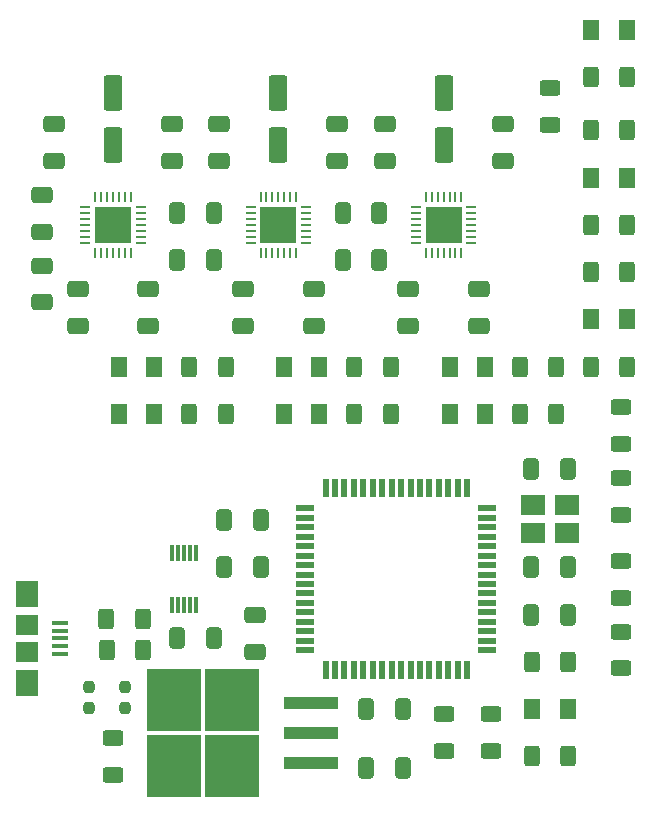
<source format=gbr>
%TF.GenerationSoftware,KiCad,Pcbnew,(6.0.4)*%
%TF.CreationDate,2022-04-15T13:56:09+02:00*%
%TF.ProjectId,coaster,636f6173-7465-4722-9e6b-696361645f70,rev?*%
%TF.SameCoordinates,Original*%
%TF.FileFunction,Paste,Top*%
%TF.FilePolarity,Positive*%
%FSLAX46Y46*%
G04 Gerber Fmt 4.6, Leading zero omitted, Abs format (unit mm)*
G04 Created by KiCad (PCBNEW (6.0.4)) date 2022-04-15 13:56:09*
%MOMM*%
%LPD*%
G01*
G04 APERTURE LIST*
G04 Aperture macros list*
%AMRoundRect*
0 Rectangle with rounded corners*
0 $1 Rounding radius*
0 $2 $3 $4 $5 $6 $7 $8 $9 X,Y pos of 4 corners*
0 Add a 4 corners polygon primitive as box body*
4,1,4,$2,$3,$4,$5,$6,$7,$8,$9,$2,$3,0*
0 Add four circle primitives for the rounded corners*
1,1,$1+$1,$2,$3*
1,1,$1+$1,$4,$5*
1,1,$1+$1,$6,$7*
1,1,$1+$1,$8,$9*
0 Add four rect primitives between the rounded corners*
20,1,$1+$1,$2,$3,$4,$5,0*
20,1,$1+$1,$4,$5,$6,$7,0*
20,1,$1+$1,$6,$7,$8,$9,0*
20,1,$1+$1,$8,$9,$2,$3,0*%
G04 Aperture macros list end*
%ADD10R,2.100000X1.800000*%
%ADD11R,1.400000X0.400000*%
%ADD12R,1.900000X1.800000*%
%ADD13R,1.900000X2.300000*%
%ADD14RoundRect,0.250000X0.625000X-0.400000X0.625000X0.400000X-0.625000X0.400000X-0.625000X-0.400000X0*%
%ADD15RoundRect,0.250000X-0.650000X0.412500X-0.650000X-0.412500X0.650000X-0.412500X0.650000X0.412500X0*%
%ADD16RoundRect,0.250000X0.650000X-0.412500X0.650000X0.412500X-0.650000X0.412500X-0.650000X-0.412500X0*%
%ADD17RoundRect,0.250000X-0.412500X-0.650000X0.412500X-0.650000X0.412500X0.650000X-0.412500X0.650000X0*%
%ADD18RoundRect,0.250000X-0.400000X-0.625000X0.400000X-0.625000X0.400000X0.625000X-0.400000X0.625000X0*%
%ADD19RoundRect,0.250000X0.550000X-1.250000X0.550000X1.250000X-0.550000X1.250000X-0.550000X-1.250000X0*%
%ADD20RoundRect,0.250000X0.412500X0.650000X-0.412500X0.650000X-0.412500X-0.650000X0.412500X-0.650000X0*%
%ADD21R,0.909599X0.254800*%
%ADD22R,0.254800X0.909599*%
%ADD23R,3.098800X3.098800*%
%ADD24RoundRect,0.250001X0.462499X0.624999X-0.462499X0.624999X-0.462499X-0.624999X0.462499X-0.624999X0*%
%ADD25RoundRect,0.250000X-0.625000X0.400000X-0.625000X-0.400000X0.625000X-0.400000X0.625000X0.400000X0*%
%ADD26RoundRect,0.250001X-0.462499X-0.624999X0.462499X-0.624999X0.462499X0.624999X-0.462499X0.624999X0*%
%ADD27RoundRect,0.250000X0.400000X0.625000X-0.400000X0.625000X-0.400000X-0.625000X0.400000X-0.625000X0*%
%ADD28R,0.550000X1.500000*%
%ADD29R,1.500000X0.550000*%
%ADD30R,0.300000X1.400000*%
%ADD31RoundRect,0.237500X-0.237500X0.250000X-0.237500X-0.250000X0.237500X-0.250000X0.237500X0.250000X0*%
%ADD32R,4.550000X5.250000*%
%ADD33R,4.600000X1.100000*%
G04 APERTURE END LIST*
D10*
%TO.C,Y1*%
X154450000Y-82750000D03*
X151550000Y-82750000D03*
X151550000Y-85050000D03*
X154450000Y-85050000D03*
%TD*%
D11*
%TO.C,J2*%
X111550000Y-92700000D03*
X111550000Y-93350000D03*
X111550000Y-94000000D03*
X111550000Y-94650000D03*
X111550000Y-95300000D03*
D12*
X108700000Y-95150000D03*
D13*
X108700000Y-97750000D03*
X108700000Y-90250000D03*
D12*
X108700000Y-92850000D03*
%TD*%
D14*
%TO.C,R20*%
X159000000Y-77550000D03*
X159000000Y-74450000D03*
%TD*%
D15*
%TO.C,C1*%
X147000000Y-64437500D03*
X147000000Y-67562500D03*
%TD*%
%TO.C,C20*%
X127000000Y-64437500D03*
X127000000Y-67562500D03*
%TD*%
D16*
%TO.C,C29*%
X128000000Y-92000000D03*
X128000000Y-95125000D03*
%TD*%
D17*
%TO.C,C26*%
X125437500Y-88000000D03*
X128562500Y-88000000D03*
%TD*%
D18*
%TO.C,R5*%
X122450000Y-71000000D03*
X125550000Y-71000000D03*
%TD*%
D19*
%TO.C,C5*%
X130000000Y-52200000D03*
X130000000Y-47800000D03*
%TD*%
D15*
%TO.C,C11*%
X110000000Y-62437500D03*
X110000000Y-65562500D03*
%TD*%
D20*
%TO.C,C25*%
X154562500Y-88000000D03*
X151437500Y-88000000D03*
%TD*%
D17*
%TO.C,C24*%
X151437500Y-79700000D03*
X154562500Y-79700000D03*
%TD*%
D15*
%TO.C,C21*%
X113000000Y-64437500D03*
X113000000Y-67562500D03*
%TD*%
D21*
%TO.C,U3*%
X113652900Y-57500000D03*
X113652900Y-57999999D03*
X113652900Y-58500001D03*
X113652900Y-59000000D03*
X113652900Y-59499999D03*
X113652900Y-60000001D03*
X113652900Y-60500000D03*
D22*
X114500000Y-61347100D03*
X114999999Y-61347100D03*
X115500001Y-61347100D03*
X116000000Y-61347100D03*
X116499999Y-61347100D03*
X117000001Y-61347100D03*
X117500000Y-61347100D03*
D21*
X118347100Y-60500000D03*
X118347100Y-60000001D03*
X118347100Y-59499999D03*
X118347100Y-59000000D03*
X118347100Y-58500001D03*
X118347100Y-57999999D03*
X118347100Y-57500000D03*
D22*
X117500000Y-56652900D03*
X117000001Y-56652900D03*
X116499999Y-56652900D03*
X116000000Y-56652900D03*
X115500001Y-56652900D03*
X114999999Y-56652900D03*
X114500000Y-56652900D03*
D23*
X116000000Y-59000000D03*
%TD*%
D17*
%TO.C,C22*%
X137437500Y-105000000D03*
X140562500Y-105000000D03*
%TD*%
D15*
%TO.C,C3*%
X119000000Y-64437500D03*
X119000000Y-67562500D03*
%TD*%
D21*
%TO.C,U2*%
X127652900Y-57500000D03*
X127652900Y-57999999D03*
X127652900Y-58500001D03*
X127652900Y-59000000D03*
X127652900Y-59499999D03*
X127652900Y-60000001D03*
X127652900Y-60500000D03*
D22*
X128500000Y-61347100D03*
X128999999Y-61347100D03*
X129500001Y-61347100D03*
X130000000Y-61347100D03*
X130499999Y-61347100D03*
X131000001Y-61347100D03*
X131500000Y-61347100D03*
D21*
X132347100Y-60500000D03*
X132347100Y-60000001D03*
X132347100Y-59499999D03*
X132347100Y-59000000D03*
X132347100Y-58500001D03*
X132347100Y-57999999D03*
X132347100Y-57500000D03*
D22*
X131500000Y-56652900D03*
X131000001Y-56652900D03*
X130499999Y-56652900D03*
X130000000Y-56652900D03*
X129500001Y-56652900D03*
X128999999Y-56652900D03*
X128500000Y-56652900D03*
D23*
X130000000Y-59000000D03*
%TD*%
D24*
%TO.C,D6*%
X147487500Y-71000000D03*
X144512500Y-71000000D03*
%TD*%
D25*
%TO.C,FB2*%
X116000000Y-102450000D03*
X116000000Y-105550000D03*
%TD*%
D26*
%TO.C,D8*%
X156512500Y-42487500D03*
X159487500Y-42487500D03*
%TD*%
D17*
%TO.C,C27*%
X128562500Y-84000000D03*
X125437500Y-84000000D03*
%TD*%
D18*
%TO.C,R12*%
X156450000Y-59000000D03*
X159550000Y-59000000D03*
%TD*%
D19*
%TO.C,C6*%
X116000000Y-52200000D03*
X116000000Y-47800000D03*
%TD*%
D20*
%TO.C,C7*%
X138562500Y-62000000D03*
X135437500Y-62000000D03*
%TD*%
D14*
%TO.C,R2*%
X144000000Y-103550000D03*
X144000000Y-100450000D03*
%TD*%
D20*
%TO.C,C9*%
X124562500Y-62000000D03*
X121437500Y-62000000D03*
%TD*%
D27*
%TO.C,R3*%
X154550000Y-96000000D03*
X151450000Y-96000000D03*
%TD*%
D19*
%TO.C,C4*%
X144000000Y-52200000D03*
X144000000Y-47800000D03*
%TD*%
D15*
%TO.C,C2*%
X133000000Y-64437500D03*
X133000000Y-67562500D03*
%TD*%
D16*
%TO.C,C18*%
X110000000Y-59562500D03*
X110000000Y-56437500D03*
%TD*%
D18*
%TO.C,R4*%
X122450000Y-75000000D03*
X125550000Y-75000000D03*
%TD*%
D27*
%TO.C,R15*%
X159550000Y-51000000D03*
X156450000Y-51000000D03*
%TD*%
D14*
%TO.C,R1*%
X148000000Y-103550000D03*
X148000000Y-100450000D03*
%TD*%
D28*
%TO.C,U5*%
X134000000Y-96700000D03*
X134800000Y-96700000D03*
X135600000Y-96700000D03*
X136400000Y-96700000D03*
X137200000Y-96700000D03*
X138000000Y-96700000D03*
X138800000Y-96700000D03*
X139600000Y-96700000D03*
X140400000Y-96700000D03*
X141200000Y-96700000D03*
X142000000Y-96700000D03*
X142800000Y-96700000D03*
X143600000Y-96700000D03*
X144400000Y-96700000D03*
X145200000Y-96700000D03*
X146000000Y-96700000D03*
D29*
X147700000Y-95000000D03*
X147700000Y-94200000D03*
X147700000Y-93400000D03*
X147700000Y-92600000D03*
X147700000Y-91800000D03*
X147700000Y-91000000D03*
X147700000Y-90200000D03*
X147700000Y-89400000D03*
X147700000Y-88600000D03*
X147700000Y-87800000D03*
X147700000Y-87000000D03*
X147700000Y-86200000D03*
X147700000Y-85400000D03*
X147700000Y-84600000D03*
X147700000Y-83800000D03*
X147700000Y-83000000D03*
D28*
X146000000Y-81300000D03*
X145200000Y-81300000D03*
X144400000Y-81300000D03*
X143600000Y-81300000D03*
X142800000Y-81300000D03*
X142000000Y-81300000D03*
X141200000Y-81300000D03*
X140400000Y-81300000D03*
X139600000Y-81300000D03*
X138800000Y-81300000D03*
X138000000Y-81300000D03*
X137200000Y-81300000D03*
X136400000Y-81300000D03*
X135600000Y-81300000D03*
X134800000Y-81300000D03*
X134000000Y-81300000D03*
D29*
X132300000Y-83000000D03*
X132300000Y-83800000D03*
X132300000Y-84600000D03*
X132300000Y-85400000D03*
X132300000Y-86200000D03*
X132300000Y-87000000D03*
X132300000Y-87800000D03*
X132300000Y-88600000D03*
X132300000Y-89400000D03*
X132300000Y-90200000D03*
X132300000Y-91000000D03*
X132300000Y-91800000D03*
X132300000Y-92600000D03*
X132300000Y-93400000D03*
X132300000Y-94200000D03*
X132300000Y-95000000D03*
%TD*%
D17*
%TO.C,C23*%
X137437500Y-100000000D03*
X140562500Y-100000000D03*
%TD*%
D18*
%TO.C,R9*%
X150450000Y-71000000D03*
X153550000Y-71000000D03*
%TD*%
D15*
%TO.C,C19*%
X141000000Y-64437500D03*
X141000000Y-67562500D03*
%TD*%
D17*
%TO.C,C17*%
X121437500Y-58000000D03*
X124562500Y-58000000D03*
%TD*%
D30*
%TO.C,U6*%
X123000000Y-86800000D03*
X122500000Y-86800000D03*
X122000000Y-86800000D03*
X121500000Y-86800000D03*
X121000000Y-86800000D03*
X121000000Y-91200000D03*
X121500000Y-91200000D03*
X122000000Y-91200000D03*
X122500000Y-91200000D03*
X123000000Y-91200000D03*
%TD*%
D18*
%TO.C,R7*%
X136450000Y-71000000D03*
X139550000Y-71000000D03*
%TD*%
D16*
%TO.C,C14*%
X125000000Y-53562500D03*
X125000000Y-50437500D03*
%TD*%
D20*
%TO.C,C28*%
X154562500Y-92000000D03*
X151437500Y-92000000D03*
%TD*%
D18*
%TO.C,R8*%
X150450000Y-75000000D03*
X153550000Y-75000000D03*
%TD*%
D26*
%TO.C,D9*%
X156512500Y-55000000D03*
X159487500Y-55000000D03*
%TD*%
D16*
%TO.C,C13*%
X149000000Y-53562500D03*
X149000000Y-50437500D03*
%TD*%
D24*
%TO.C,D3*%
X133487500Y-75000000D03*
X130512500Y-75000000D03*
%TD*%
D14*
%TO.C,R21*%
X159000000Y-96550000D03*
X159000000Y-93450000D03*
%TD*%
D24*
%TO.C,D4*%
X133487500Y-71000000D03*
X130512500Y-71000000D03*
%TD*%
D18*
%TO.C,R10*%
X151450000Y-104000000D03*
X154550000Y-104000000D03*
%TD*%
%TO.C,R18*%
X118550000Y-92380000D03*
X115450000Y-92380000D03*
%TD*%
D27*
%TO.C,R16*%
X159550000Y-63000000D03*
X156450000Y-63000000D03*
%TD*%
D24*
%TO.C,D1*%
X119487500Y-75000000D03*
X116512500Y-75000000D03*
%TD*%
D31*
%TO.C,RV2*%
X117010000Y-99912500D03*
X117010000Y-98087500D03*
%TD*%
D32*
%TO.C,U4*%
X126050000Y-104775000D03*
X126050000Y-99225000D03*
X121200000Y-104775000D03*
X121200000Y-99225000D03*
D33*
X132775000Y-104540000D03*
X132775000Y-102000000D03*
X132775000Y-99460000D03*
%TD*%
D26*
%TO.C,D7*%
X151512500Y-100000000D03*
X154487500Y-100000000D03*
%TD*%
D24*
%TO.C,D5*%
X147487500Y-75000000D03*
X144512500Y-75000000D03*
%TD*%
D18*
%TO.C,R6*%
X136450000Y-75000000D03*
X139550000Y-75000000D03*
%TD*%
D16*
%TO.C,C10*%
X135000000Y-53562500D03*
X135000000Y-50437500D03*
%TD*%
D18*
%TO.C,R13*%
X156450000Y-71000000D03*
X159550000Y-71000000D03*
%TD*%
D31*
%TO.C,RV1*%
X114000000Y-99912500D03*
X114000000Y-98087500D03*
%TD*%
D16*
%TO.C,C8*%
X139000000Y-53562500D03*
X139000000Y-50437500D03*
%TD*%
%TO.C,C15*%
X111000000Y-53562500D03*
X111000000Y-50437500D03*
%TD*%
D24*
%TO.C,D2*%
X119487500Y-71000000D03*
X116512500Y-71000000D03*
%TD*%
D16*
%TO.C,C12*%
X121000000Y-53562500D03*
X121000000Y-50437500D03*
%TD*%
D20*
%TO.C,C30*%
X124562500Y-94000000D03*
X121437500Y-94000000D03*
%TD*%
D14*
%TO.C,R22*%
X159000000Y-90550000D03*
X159000000Y-87450000D03*
%TD*%
D18*
%TO.C,R11*%
X156450000Y-46487500D03*
X159550000Y-46487500D03*
%TD*%
%TO.C,R17*%
X115460000Y-94980000D03*
X118560000Y-94980000D03*
%TD*%
D14*
%TO.C,R19*%
X159000000Y-83550000D03*
X159000000Y-80450000D03*
%TD*%
D21*
%TO.C,U1*%
X141652900Y-57500000D03*
X141652900Y-57999999D03*
X141652900Y-58500001D03*
X141652900Y-59000000D03*
X141652900Y-59499999D03*
X141652900Y-60000001D03*
X141652900Y-60500000D03*
D22*
X142500000Y-61347100D03*
X142999999Y-61347100D03*
X143500001Y-61347100D03*
X144000000Y-61347100D03*
X144499999Y-61347100D03*
X145000001Y-61347100D03*
X145500000Y-61347100D03*
D21*
X146347100Y-60500000D03*
X146347100Y-60000001D03*
X146347100Y-59499999D03*
X146347100Y-59000000D03*
X146347100Y-58500001D03*
X146347100Y-57999999D03*
X146347100Y-57500000D03*
D22*
X145500000Y-56652900D03*
X145000001Y-56652900D03*
X144499999Y-56652900D03*
X144000000Y-56652900D03*
X143500001Y-56652900D03*
X142999999Y-56652900D03*
X142500000Y-56652900D03*
D23*
X144000000Y-59000000D03*
%TD*%
D25*
%TO.C,R14*%
X153000000Y-47450000D03*
X153000000Y-50550000D03*
%TD*%
D17*
%TO.C,C16*%
X135437500Y-58000000D03*
X138562500Y-58000000D03*
%TD*%
D26*
%TO.C,D10*%
X156512500Y-67000000D03*
X159487500Y-67000000D03*
%TD*%
M02*

</source>
